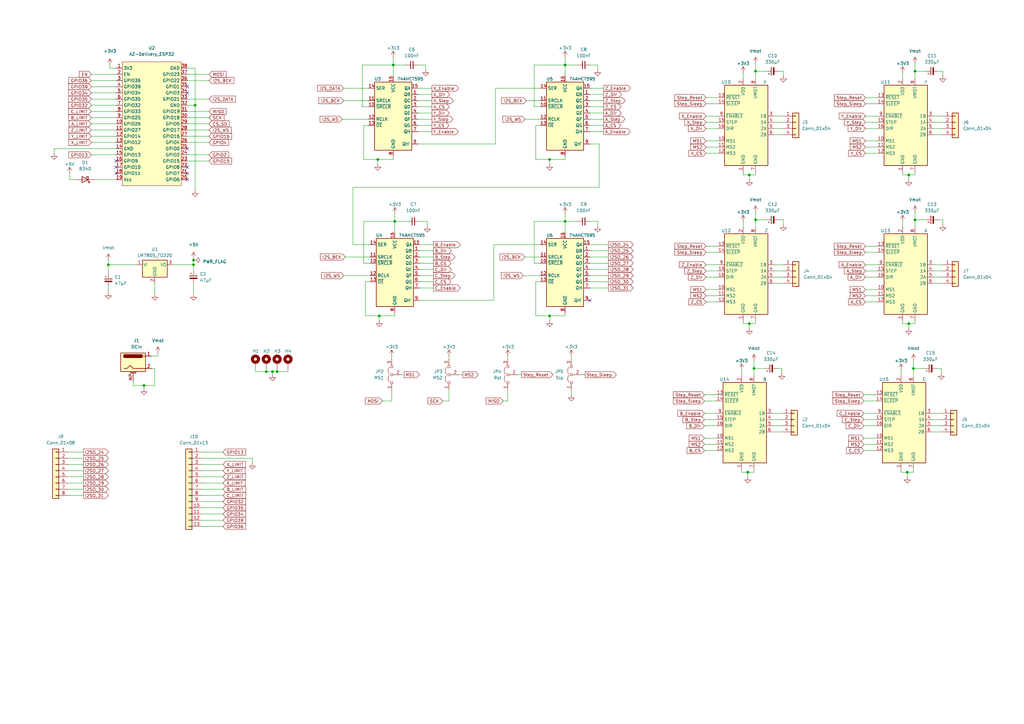
<source format=kicad_sch>
(kicad_sch (version 20230121) (generator eeschema)
  (paper "A3")
  (junction (at 154.94 65.405) (diameter 0.9144))
  (junction (at 372.11 193.675) (diameter 0.9144))
  (junction (at 372.745 132.715) (diameter 0.9144))
  (junction (at 225.425 65.405) (diameter 0.9144))
  (junction (at 375.285 29.21) (diameter 0.9144))
  (junction (at 225.425 129.54) (diameter 0.9144))
  (junction (at 307.34 71.755) (diameter 0.9144))
  (junction (at 231.775 26.67) (diameter 0.9144))
  (junction (at 375.285 90.17) (diameter 0.9144))
  (junction (at 372.745 71.755) (diameter 0.9144))
  (junction (at 161.29 26.67) (diameter 0.9144))
  (junction (at 307.34 132.715) (diameter 0.9144))
  (junction (at 79.375 108.585) (diameter 0.9144))
  (junction (at 44.45 108.585))
  (junction (at 231.775 90.805) (diameter 0.9144))
  (junction (at 309.88 90.17) (diameter 0.9144))
  (junction (at 59.055 158.115) (diameter 0.9144))
  (junction (at 113.665 152.4) (diameter 0.9144))
  (junction (at 80.01 43.18) (diameter 0.9144))
  (junction (at 374.65 151.13) (diameter 0.9144))
  (junction (at 111.76 152.4) (diameter 0.9144))
  (junction (at 161.925 90.805) (diameter 0.9144))
  (junction (at 79.375 106.68))
  (junction (at 155.575 129.54) (diameter 0.9144))
  (junction (at 109.22 152.4) (diameter 0.9144))
  (junction (at 306.705 193.675) (diameter 0.9144))
  (junction (at 309.88 29.21) (diameter 0.9144))
  (junction (at 309.245 151.13) (diameter 0.9144))
  (no_connect (at 76.835 60.96))
  (no_connect (at 241.935 123.19))
  (no_connect (at 47.625 66.04))
  (no_connect (at 47.625 68.58))
  (no_connect (at 47.625 71.12))
  (no_connect (at 76.835 68.58))
  (no_connect (at 76.835 71.12))
  (no_connect (at 76.835 73.66))
  (no_connect (at 76.835 35.56))
  (no_connect (at 76.835 38.1))
  (wire (pts (xy 354.965 100.965) (xy 360.045 100.965)))
  (wire (pts (xy 82.55 185.42) (xy 91.44 185.42)))
  (wire (pts (xy 289.56 62.865) (xy 294.64 62.865)))
  (wire (pts (xy 317.5 108.585) (xy 321.31 108.585)))
  (wire (pts (xy 241.935 115.57) (xy 249.555 115.57)))
  (wire (pts (xy 307.34 71.755) (xy 307.34 73.66)))
  (wire (pts (xy 289.56 100.965) (xy 294.64 100.965)))
  (wire (pts (xy 184.15 160.02) (xy 184.15 164.465)))
  (wire (pts (xy 37.465 63.5) (xy 47.625 63.5)))
  (wire (pts (xy 375.285 29.21) (xy 375.285 32.385)))
  (wire (pts (xy 245.11 26.67) (xy 245.11 28.575)))
  (wire (pts (xy 79.375 106.045) (xy 79.375 106.68)))
  (wire (pts (xy 140.335 48.895) (xy 151.13 48.895)))
  (wire (pts (xy 215.9 41.275) (xy 221.615 41.275)))
  (wire (pts (xy 382.27 172.085) (xy 386.08 172.085)))
  (wire (pts (xy 382.905 116.205) (xy 386.715 116.205)))
  (wire (pts (xy 382.27 174.625) (xy 386.08 174.625)))
  (wire (pts (xy 386.715 29.21) (xy 386.715 31.115)))
  (wire (pts (xy 354.965 111.125) (xy 360.045 111.125)))
  (wire (pts (xy 288.925 161.925) (xy 294.005 161.925)))
  (wire (pts (xy 288.925 182.245) (xy 294.005 182.245)))
  (wire (pts (xy 82.55 213.36) (xy 91.44 213.36)))
  (wire (pts (xy 37.465 48.26) (xy 47.625 48.26)))
  (wire (pts (xy 370.205 90.805) (xy 370.205 93.345)))
  (wire (pts (xy 219.71 51.435) (xy 219.71 65.405)))
  (wire (pts (xy 241.935 36.195) (xy 247.65 36.195)))
  (wire (pts (xy 82.55 215.9) (xy 91.44 215.9)))
  (wire (pts (xy 241.935 118.11) (xy 249.555 118.11)))
  (wire (pts (xy 82.55 193.04) (xy 91.44 193.04)))
  (wire (pts (xy 354.965 52.705) (xy 360.045 52.705)))
  (wire (pts (xy 225.425 65.405) (xy 231.775 65.405)))
  (wire (pts (xy 354.33 174.625) (xy 359.41 174.625)))
  (wire (pts (xy 82.55 208.28) (xy 91.44 208.28)))
  (wire (pts (xy 161.925 90.805) (xy 167.005 90.805)))
  (wire (pts (xy 82.55 187.96) (xy 103.505 187.96)))
  (wire (pts (xy 44.45 108.585) (xy 44.45 112.395)))
  (wire (pts (xy 316.865 172.085) (xy 320.675 172.085)))
  (wire (pts (xy 79.375 111.125) (xy 79.375 108.585)))
  (wire (pts (xy 317.5 55.245) (xy 321.31 55.245)))
  (wire (pts (xy 304.165 193.675) (xy 306.705 193.675)))
  (wire (pts (xy 309.88 132.715) (xy 309.88 131.445)))
  (wire (pts (xy 241.935 110.49) (xy 249.555 110.49)))
  (wire (pts (xy 208.28 146.05) (xy 208.28 147.32)))
  (wire (pts (xy 374.65 151.13) (xy 374.65 154.305)))
  (wire (pts (xy 161.29 23.495) (xy 161.29 26.67)))
  (wire (pts (xy 161.29 26.67) (xy 161.29 31.115)))
  (wire (pts (xy 28.575 71.12) (xy 28.575 73.66)))
  (wire (pts (xy 28.575 73.66) (xy 31.115 73.66)))
  (wire (pts (xy 161.925 90.805) (xy 161.925 95.25)))
  (wire (pts (xy 354.965 50.165) (xy 360.045 50.165)))
  (wire (pts (xy 370.205 132.715) (xy 372.745 132.715)))
  (wire (pts (xy 76.835 33.02) (xy 85.725 33.02)))
  (wire (pts (xy 148.59 26.67) (xy 161.29 26.67)))
  (wire (pts (xy 148.59 43.815) (xy 148.59 26.67)))
  (wire (pts (xy 151.13 43.815) (xy 148.59 43.815)))
  (wire (pts (xy 289.56 40.005) (xy 294.64 40.005)))
  (wire (pts (xy 76.835 55.88) (xy 85.725 55.88)))
  (wire (pts (xy 82.55 200.66) (xy 91.44 200.66)))
  (wire (pts (xy 171.45 48.895) (xy 177.165 48.895)))
  (wire (pts (xy 221.615 115.57) (xy 219.71 115.57)))
  (wire (pts (xy 27.94 195.58) (xy 34.29 195.58)))
  (wire (pts (xy 172.085 100.33) (xy 177.8 100.33)))
  (wire (pts (xy 370.205 131.445) (xy 370.205 132.715)))
  (wire (pts (xy 214.63 113.03) (xy 221.615 113.03)))
  (wire (pts (xy 62.23 146.05) (xy 64.77 146.05)))
  (wire (pts (xy 64.77 146.05) (xy 64.77 144.78)))
  (wire (pts (xy 231.775 23.495) (xy 231.775 26.67)))
  (wire (pts (xy 317.5 50.165) (xy 321.31 50.165)))
  (wire (pts (xy 172.085 115.57) (xy 177.8 115.57)))
  (wire (pts (xy 219.71 65.405) (xy 225.425 65.405)))
  (wire (pts (xy 384.81 90.17) (xy 386.715 90.17)))
  (wire (pts (xy 288.925 169.545) (xy 294.005 169.545)))
  (wire (pts (xy 304.8 132.715) (xy 307.34 132.715)))
  (wire (pts (xy 156.845 164.465) (xy 160.655 164.465)))
  (wire (pts (xy 241.935 105.41) (xy 249.555 105.41)))
  (wire (pts (xy 289.56 50.165) (xy 294.64 50.165)))
  (wire (pts (xy 171.45 53.975) (xy 177.165 53.975)))
  (wire (pts (xy 225.425 129.54) (xy 231.775 129.54)))
  (wire (pts (xy 27.94 198.12) (xy 34.29 198.12)))
  (wire (pts (xy 289.56 108.585) (xy 294.64 108.585)))
  (wire (pts (xy 219.075 26.67) (xy 231.775 26.67)))
  (wire (pts (xy 317.5 116.205) (xy 321.31 116.205)))
  (wire (pts (xy 369.57 151.765) (xy 369.57 154.305)))
  (wire (pts (xy 103.505 187.96) (xy 103.505 189.865)))
  (wire (pts (xy 307.34 132.715) (xy 307.34 134.62)))
  (wire (pts (xy 76.835 40.64) (xy 85.725 40.64)))
  (wire (pts (xy 370.205 71.755) (xy 372.745 71.755)))
  (wire (pts (xy 76.835 45.72) (xy 85.725 45.72)))
  (wire (pts (xy 319.405 90.17) (xy 321.31 90.17)))
  (wire (pts (xy 149.225 107.95) (xy 149.225 90.805)))
  (wire (pts (xy 71.12 108.585) (xy 79.375 108.585)))
  (wire (pts (xy 82.55 205.74) (xy 91.44 205.74)))
  (wire (pts (xy 382.27 177.165) (xy 386.08 177.165)))
  (wire (pts (xy 317.5 47.625) (xy 321.31 47.625)))
  (wire (pts (xy 370.205 29.845) (xy 370.205 32.385)))
  (wire (pts (xy 79.375 106.68) (xy 79.375 108.585)))
  (wire (pts (xy 318.77 151.13) (xy 320.675 151.13)))
  (wire (pts (xy 289.56 60.325) (xy 294.64 60.325)))
  (wire (pts (xy 375.285 29.21) (xy 379.73 29.21)))
  (wire (pts (xy 54.61 156.21) (xy 54.61 158.115)))
  (wire (pts (xy 54.61 158.115) (xy 59.055 158.115)))
  (wire (pts (xy 59.055 158.115) (xy 63.5 158.115)))
  (wire (pts (xy 63.5 151.13) (xy 62.23 151.13)))
  (wire (pts (xy 63.5 158.115) (xy 63.5 151.13)))
  (wire (pts (xy 241.935 102.87) (xy 249.555 102.87)))
  (wire (pts (xy 27.94 203.2) (xy 34.29 203.2)))
  (wire (pts (xy 309.245 151.13) (xy 309.245 154.305)))
  (wire (pts (xy 354.965 57.785) (xy 360.045 57.785)))
  (wire (pts (xy 76.835 43.18) (xy 80.01 43.18)))
  (wire (pts (xy 80.01 43.18) (xy 80.01 78.105)))
  (wire (pts (xy 37.465 43.18) (xy 47.625 43.18)))
  (wire (pts (xy 354.965 60.325) (xy 360.045 60.325)))
  (wire (pts (xy 289.56 42.545) (xy 294.64 42.545)))
  (wire (pts (xy 306.705 193.675) (xy 306.705 195.58)))
  (wire (pts (xy 151.765 107.95) (xy 149.225 107.95)))
  (wire (pts (xy 304.165 151.765) (xy 304.165 154.305)))
  (wire (pts (xy 164.465 153.67) (xy 165.735 153.67)))
  (wire (pts (xy 82.55 210.82) (xy 91.44 210.82)))
  (wire (pts (xy 231.775 90.805) (xy 231.775 95.25)))
  (wire (pts (xy 181.61 164.465) (xy 184.15 164.465)))
  (wire (pts (xy 231.775 65.405) (xy 231.775 64.135)))
  (wire (pts (xy 354.965 123.825) (xy 360.045 123.825)))
  (wire (pts (xy 354.965 62.865) (xy 360.045 62.865)))
  (wire (pts (xy 37.465 35.56) (xy 47.625 35.56)))
  (wire (pts (xy 354.33 182.245) (xy 359.41 182.245)))
  (wire (pts (xy 354.965 108.585) (xy 360.045 108.585)))
  (wire (pts (xy 109.22 151.13) (xy 109.22 152.4)))
  (wire (pts (xy 241.935 41.275) (xy 247.65 41.275)))
  (wire (pts (xy 203.2 36.195) (xy 221.615 36.195)))
  (wire (pts (xy 386.715 90.17) (xy 386.715 92.075)))
  (wire (pts (xy 225.425 65.405) (xy 225.425 67.31)))
  (wire (pts (xy 219.075 107.95) (xy 219.075 90.805)))
  (wire (pts (xy 288.925 184.785) (xy 294.005 184.785)))
  (wire (pts (xy 354.965 113.665) (xy 360.045 113.665)))
  (wire (pts (xy 212.09 153.67) (xy 213.995 153.67)))
  (wire (pts (xy 140.97 113.03) (xy 151.765 113.03)))
  (wire (pts (xy 304.8 90.805) (xy 304.8 93.345)))
  (wire (pts (xy 375.285 90.17) (xy 379.73 90.17)))
  (wire (pts (xy 161.925 129.54) (xy 161.925 128.27)))
  (wire (pts (xy 27.94 187.96) (xy 34.29 187.96)))
  (wire (pts (xy 175.26 90.805) (xy 175.26 92.71)))
  (wire (pts (xy 149.86 129.54) (xy 155.575 129.54)))
  (wire (pts (xy 288.925 174.625) (xy 294.005 174.625)))
  (wire (pts (xy 241.935 100.33) (xy 249.555 100.33)))
  (wire (pts (xy 155.575 129.54) (xy 155.575 131.445)))
  (wire (pts (xy 309.88 26.035) (xy 309.88 29.21)))
  (wire (pts (xy 309.88 29.21) (xy 309.88 32.385)))
  (wire (pts (xy 149.225 90.805) (xy 161.925 90.805)))
  (wire (pts (xy 215.265 105.41) (xy 221.615 105.41)))
  (wire (pts (xy 215.265 48.895) (xy 221.615 48.895)))
  (wire (pts (xy 309.88 90.17) (xy 314.325 90.17)))
  (wire (pts (xy 221.615 51.435) (xy 219.71 51.435)))
  (wire (pts (xy 44.45 108.585) (xy 55.88 108.585)))
  (wire (pts (xy 289.56 118.745) (xy 294.64 118.745)))
  (wire (pts (xy 151.765 115.57) (xy 149.86 115.57)))
  (wire (pts (xy 241.935 43.815) (xy 247.65 43.815)))
  (wire (pts (xy 354.33 161.925) (xy 359.41 161.925)))
  (wire (pts (xy 37.465 38.1) (xy 47.625 38.1)))
  (wire (pts (xy 354.33 169.545) (xy 359.41 169.545)))
  (wire (pts (xy 82.55 198.12) (xy 91.44 198.12)))
  (wire (pts (xy 76.835 63.5) (xy 85.725 63.5)))
  (wire (pts (xy 369.57 192.405) (xy 369.57 193.675)))
  (wire (pts (xy 289.56 121.285) (xy 294.64 121.285)))
  (wire (pts (xy 241.935 90.805) (xy 245.11 90.805)))
  (wire (pts (xy 171.45 36.195) (xy 177.165 36.195)))
  (wire (pts (xy 241.935 107.95) (xy 249.555 107.95)))
  (wire (pts (xy 82.55 203.2) (xy 91.44 203.2)))
  (wire (pts (xy 38.735 73.66) (xy 47.625 73.66)))
  (wire (pts (xy 37.465 33.02) (xy 47.625 33.02)))
  (wire (pts (xy 354.33 184.785) (xy 359.41 184.785)))
  (wire (pts (xy 317.5 111.125) (xy 321.31 111.125)))
  (wire (pts (xy 144.78 100.33) (xy 151.765 100.33)))
  (wire (pts (xy 354.33 179.705) (xy 359.41 179.705)))
  (wire (pts (xy 76.835 50.8) (xy 85.725 50.8)))
  (wire (pts (xy 382.905 55.245) (xy 386.715 55.245)))
  (wire (pts (xy 316.865 169.545) (xy 320.675 169.545)))
  (wire (pts (xy 372.745 71.755) (xy 372.745 73.66)))
  (wire (pts (xy 375.285 86.995) (xy 375.285 90.17)))
  (wire (pts (xy 37.465 40.64) (xy 47.625 40.64)))
  (wire (pts (xy 289.56 52.705) (xy 294.64 52.705)))
  (wire (pts (xy 231.775 129.54) (xy 231.775 128.27)))
  (wire (pts (xy 219.71 129.54) (xy 225.425 129.54)))
  (wire (pts (xy 375.285 90.17) (xy 375.285 93.345)))
  (wire (pts (xy 304.165 192.405) (xy 304.165 193.675)))
  (wire (pts (xy 82.55 190.5) (xy 91.44 190.5)))
  (wire (pts (xy 234.315 146.05) (xy 234.315 147.32)))
  (wire (pts (xy 374.65 147.955) (xy 374.65 151.13)))
  (wire (pts (xy 306.705 193.675) (xy 309.245 193.675)))
  (wire (pts (xy 288.925 172.085) (xy 294.005 172.085)))
  (wire (pts (xy 309.245 193.675) (xy 309.245 192.405)))
  (wire (pts (xy 304.8 70.485) (xy 304.8 71.755)))
  (wire (pts (xy 304.8 71.755) (xy 307.34 71.755)))
  (wire (pts (xy 307.34 71.755) (xy 309.88 71.755)))
  (wire (pts (xy 309.88 71.755) (xy 309.88 70.485)))
  (wire (pts (xy 241.935 48.895) (xy 247.65 48.895)))
  (wire (pts (xy 184.15 146.05) (xy 184.15 147.32)))
  (wire (pts (xy 206.375 164.465) (xy 208.28 164.465)))
  (wire (pts (xy 238.125 153.67) (xy 240.03 153.67)))
  (wire (pts (xy 27.94 190.5) (xy 34.29 190.5)))
  (wire (pts (xy 384.81 29.21) (xy 386.715 29.21)))
  (wire (pts (xy 219.71 115.57) (xy 219.71 129.54)))
  (wire (pts (xy 288.925 179.705) (xy 294.005 179.705)))
  (wire (pts (xy 171.45 38.735) (xy 177.165 38.735)))
  (wire (pts (xy 27.94 185.42) (xy 34.29 185.42)))
  (wire (pts (xy 149.86 115.57) (xy 149.86 129.54)))
  (wire (pts (xy 76.835 58.42) (xy 85.725 58.42)))
  (wire (pts (xy 160.655 160.02) (xy 160.655 164.465)))
  (wire (pts (xy 372.11 193.675) (xy 374.65 193.675)))
  (wire (pts (xy 309.88 90.17) (xy 309.88 93.345)))
  (wire (pts (xy 307.34 132.715) (xy 309.88 132.715)))
  (wire (pts (xy 372.11 193.675) (xy 372.11 195.58)))
  (wire (pts (xy 289.56 123.825) (xy 294.64 123.825)))
  (wire (pts (xy 289.56 57.785) (xy 294.64 57.785)))
  (wire (pts (xy 319.405 29.21) (xy 321.31 29.21)))
  (wire (pts (xy 321.31 29.21) (xy 321.31 31.115)))
  (wire (pts (xy 27.94 200.66) (xy 34.29 200.66)))
  (wire (pts (xy 234.315 160.02) (xy 234.315 161.925)))
  (wire (pts (xy 321.31 90.17) (xy 321.31 92.075)))
  (wire (pts (xy 221.615 107.95) (xy 219.075 107.95)))
  (wire (pts (xy 76.835 27.94) (xy 80.01 27.94)))
  (wire (pts (xy 80.01 27.94) (xy 80.01 43.18)))
  (wire (pts (xy 241.935 26.67) (xy 245.11 26.67)))
  (wire (pts (xy 171.45 26.67) (xy 174.625 26.67)))
  (wire (pts (xy 174.625 26.67) (xy 174.625 28.575)))
  (wire (pts (xy 219.075 43.815) (xy 219.075 26.67)))
  (wire (pts (xy 354.33 172.085) (xy 359.41 172.085)))
  (wire (pts (xy 104.775 151.13) (xy 104.775 152.4)))
  (wire (pts (xy 104.775 152.4) (xy 109.22 152.4)))
  (wire (pts (xy 109.22 152.4) (xy 111.76 152.4)))
  (wire (pts (xy 111.76 152.4) (xy 113.665 152.4)))
  (wire (pts (xy 113.665 152.4) (xy 118.11 152.4)))
  (wire (pts (xy 118.11 152.4) (xy 118.11 151.13)))
  (wire (pts (xy 354.33 164.465) (xy 359.41 164.465)))
  (wire (pts (xy 171.45 46.355) (xy 177.165 46.355)))
  (wire (pts (xy 309.245 151.13) (xy 313.69 151.13)))
  (wire (pts (xy 304.8 131.445) (xy 304.8 132.715)))
  (wire (pts (xy 354.965 103.505) (xy 360.045 103.505)))
  (wire (pts (xy 59.055 158.115) (xy 59.055 159.385)))
  (wire (pts (xy 161.29 26.67) (xy 166.37 26.67)))
  (wire (pts (xy 76.835 66.04) (xy 85.725 66.04)))
  (wire (pts (xy 37.465 30.48) (xy 47.625 30.48)))
  (wire (pts (xy 375.285 71.755) (xy 375.285 70.485)))
  (wire (pts (xy 309.245 147.955) (xy 309.245 151.13)))
  (wire (pts (xy 289.56 111.125) (xy 294.64 111.125)))
  (wire (pts (xy 231.775 87.63) (xy 231.775 90.805)))
  (wire (pts (xy 317.5 113.665) (xy 321.31 113.665)))
  (wire (pts (xy 172.085 118.11) (xy 177.8 118.11)))
  (wire (pts (xy 289.56 47.625) (xy 294.64 47.625)))
  (wire (pts (xy 172.085 105.41) (xy 177.8 105.41)))
  (wire (pts (xy 382.905 47.625) (xy 386.715 47.625)))
  (wire (pts (xy 386.08 151.13) (xy 386.08 153.035)))
  (wire (pts (xy 384.175 151.13) (xy 386.08 151.13)))
  (wire (pts (xy 172.085 113.03) (xy 177.8 113.03)))
  (wire (pts (xy 144.78 76.835) (xy 144.78 100.33)))
  (wire (pts (xy 241.935 59.055) (xy 245.745 59.055)))
  (wire (pts (xy 245.745 59.055) (xy 245.745 76.835)))
  (wire (pts (xy 245.745 76.835) (xy 144.78 76.835)))
  (wire (pts (xy 231.775 26.67) (xy 231.775 31.115)))
  (wire (pts (xy 161.925 87.63) (xy 161.925 90.805)))
  (wire (pts (xy 241.935 113.03) (xy 249.555 113.03)))
  (wire (pts (xy 309.88 29.21) (xy 314.325 29.21)))
  (wire (pts (xy 76.835 30.48) (xy 85.725 30.48)))
  (wire (pts (xy 172.085 107.95) (xy 177.8 107.95)))
  (wire (pts (xy 45.085 27.94) (xy 45.085 26.67)))
  (wire (pts (xy 47.625 27.94) (xy 45.085 27.94)))
  (wire (pts (xy 22.225 60.96) (xy 47.625 60.96)))
  (wire (pts (xy 22.225 62.865) (xy 22.225 60.96)))
  (wire (pts (xy 172.085 123.19) (xy 202.565 123.19)))
  (wire (pts (xy 202.565 123.19) (xy 202.565 100.33)))
  (wire (pts (xy 354.965 42.545) (xy 360.045 42.545)))
  (wire (pts (xy 155.575 129.54) (xy 161.925 129.54)))
  (wire (pts (xy 382.27 169.545) (xy 386.08 169.545)))
  (wire (pts (xy 37.465 50.8) (xy 47.625 50.8)))
  (wire (pts (xy 171.45 59.055) (xy 203.2 59.055)))
  (wire (pts (xy 203.2 59.055) (xy 203.2 36.195)))
  (wire (pts (xy 354.965 40.005) (xy 360.045 40.005)))
  (wire (pts (xy 317.5 52.705) (xy 321.31 52.705)))
  (wire (pts (xy 289.56 103.505) (xy 294.64 103.505)))
  (wire (pts (xy 37.465 53.34) (xy 47.625 53.34)))
  (wire (pts (xy 27.94 193.04) (xy 34.29 193.04)))
  (wire (pts (xy 289.56 113.665) (xy 294.64 113.665)))
  (wire (pts (xy 370.205 70.485) (xy 370.205 71.755)))
  (wire (pts (xy 231.775 26.67) (xy 236.855 26.67)))
  (wire (pts (xy 304.8 29.845) (xy 304.8 32.385)))
  (wire (pts (xy 375.285 26.035) (xy 375.285 29.21)))
  (wire (pts (xy 79.375 116.205) (xy 79.375 120.65)))
  (wire (pts (xy 63.5 116.205) (xy 63.5 120.65)))
  (wire (pts (xy 37.465 55.88) (xy 47.625 55.88)))
  (wire (pts (xy 288.925 164.465) (xy 294.005 164.465)))
  (wire (pts (xy 309.88 86.995) (xy 309.88 90.17)))
  (wire (pts (xy 202.565 100.33) (xy 221.615 100.33)))
  (wire (pts (xy 140.97 36.195) (xy 151.13 36.195)))
  (wire (pts (xy 241.935 51.435) (xy 247.65 51.435)))
  (wire (pts (xy 241.935 53.975) (xy 247.65 53.975)))
  (wire (pts (xy 141.605 105.41) (xy 151.765 105.41)))
  (wire (pts (xy 171.45 43.815) (xy 177.165 43.815)))
  (wire (pts (xy 369.57 193.675) (xy 372.11 193.675)))
  (wire (pts (xy 354.965 118.745) (xy 360.045 118.745)))
  (wire (pts (xy 316.865 174.625) (xy 320.675 174.625)))
  (wire (pts (xy 208.28 160.02) (xy 208.28 164.465)))
  (wire (pts (xy 172.085 90.805) (xy 175.26 90.805)))
  (wire (pts (xy 219.075 90.805) (xy 231.775 90.805)))
  (wire (pts (xy 149.225 51.435) (xy 149.225 65.405)))
  (wire (pts (xy 149.225 65.405) (xy 154.94 65.405)))
  (wire (pts (xy 151.13 51.435) (xy 149.225 51.435)))
  (wire (pts (xy 154.94 65.405) (xy 161.29 65.405)))
  (wire (pts (xy 161.29 65.405) (xy 161.29 64.135)))
  (wire (pts (xy 44.45 117.475) (xy 44.45 120.015)))
  (wire (pts (xy 375.285 132.715) (xy 375.285 131.445)))
  (wire (pts (xy 113.665 151.13) (xy 113.665 152.4)))
  (wire (pts (xy 140.97 41.275) (xy 151.13 41.275)))
  (wire (pts (xy 354.965 121.285) (xy 360.045 121.285)))
  (wire (pts (xy 241.935 38.735) (xy 247.65 38.735)))
  (wire (pts (xy 221.615 43.815) (xy 219.075 43.815)))
  (wire (pts (xy 231.775 90.805) (xy 236.855 90.805)))
  (wire (pts (xy 76.835 53.34) (xy 85.725 53.34)))
  (wire (pts (xy 171.45 41.275) (xy 177.165 41.275)))
  (wire (pts (xy 382.905 111.125) (xy 386.715 111.125)))
  (wire (pts (xy 354.965 47.625) (xy 360.045 47.625)))
  (wire (pts (xy 172.085 110.49) (xy 177.8 110.49)))
  (wire (pts (xy 382.905 113.665) (xy 386.715 113.665)))
  (wire (pts (xy 172.085 102.87) (xy 177.8 102.87)))
  (wire (pts (xy 241.935 46.355) (xy 247.65 46.355)))
  (wire (pts (xy 382.905 50.165) (xy 386.715 50.165)))
  (wire (pts (xy 225.425 129.54) (xy 225.425 131.445)))
  (wire (pts (xy 374.65 193.675) (xy 374.65 192.405)))
  (wire (pts (xy 111.76 152.4) (xy 111.76 153.67)))
  (wire (pts (xy 76.835 48.26) (xy 85.725 48.26)))
  (wire (pts (xy 372.745 132.715) (xy 372.745 134.62)))
  (wire (pts (xy 187.96 153.67) (xy 189.865 153.67)))
  (wire (pts (xy 372.745 132.715) (xy 375.285 132.715)))
  (wire (pts (xy 37.465 58.42) (xy 47.625 58.42)))
  (wire (pts (xy 37.465 45.72) (xy 47.625 45.72)))
  (wire (pts (xy 374.65 151.13) (xy 379.095 151.13)))
  (wire (pts (xy 245.11 90.805) (xy 245.11 92.71)))
  (wire (pts (xy 171.45 51.435) (xy 177.165 51.435)))
  (wire (pts (xy 382.905 108.585) (xy 386.715 108.585)))
  (wire (pts (xy 154.94 65.405) (xy 154.94 67.31)))
  (wire (pts (xy 160.655 146.05) (xy 160.655 147.32)))
  (wire (pts (xy 320.675 151.13) (xy 320.675 153.035)))
  (wire (pts (xy 44.45 106.68) (xy 44.45 108.585)))
  (wire (pts (xy 382.905 52.705) (xy 386.715 52.705)))
  (wire (pts (xy 372.745 71.755) (xy 375.285 71.755)))
  (wire (pts (xy 82.55 195.58) (xy 91.44 195.58)))
  (wire (pts (xy 316.865 177.165) (xy 320.675 177.165)))
  (global_label "A_CS" (shape input) (at 354.965 123.825 180) (property "Intersheetrefs" "${INTERSHEET_REFS}" (effects hide)))
  (global_label "I2S_DATA" (shape input) (at 85.725 40.64 0) (property "Intersheetrefs" "${INTERSHEET_REFS}" (effects hide)))
  (global_label "MS2" (shape input) (at 354.33 182.245 180) (property "Intersheetrefs" "${INTERSHEET_REFS}" (effects hide)))
  (global_label "GPIO32" (shape input) (at 37.465 43.18 180) (property "Intersheetrefs" "${INTERSHEET_REFS}" (effects hide)))
  (global_label "I2S_WS" (shape input) (at 140.335 48.895 180) (property "Intersheetrefs" "${INTERSHEET_REFS}" (effects hide)))
  (global_label "Z_Enable" (shape output) (at 247.65 36.195 0) (property "Intersheetrefs" "${INTERSHEET_REFS}" (effects hide)))
  (global_label "X_Step" (shape output) (at 177.165 41.275 0) (property "Intersheetrefs" "${INTERSHEET_REFS}" (effects hide)))
  (global_label "C_Step" (shape input) (at 354.33 172.085 180) (property "Intersheetrefs" "${INTERSHEET_REFS}" (effects hide)))
  (global_label "I2SO_29" (shape output) (at 249.555 113.03 0) (property "Intersheetrefs" "${INTERSHEET_REFS}" (effects hide)))
  (global_label "MS2" (shape output) (at 189.865 153.67 0) (property "Intersheetrefs" "${INTERSHEET_REFS}" (effects hide)))
  (global_label "I2SO_25" (shape output) (at 34.29 187.96 0) (property "Intersheetrefs" "${INTERSHEET_REFS}" (effects hide)))
  (global_label "I2S_BCK" (shape input) (at 141.605 105.41 180) (property "Intersheetrefs" "${INTERSHEET_REFS}" (effects hide)))
  (global_label "GPIO15" (shape input) (at 85.725 66.04 0) (property "Intersheetrefs" "${INTERSHEET_REFS}" (effects hide)))
  (global_label "Step_Reset" (shape input) (at 289.56 40.005 180) (property "Intersheetrefs" "${INTERSHEET_REFS}" (effects hide)))
  (global_label "X_Dir" (shape output) (at 177.165 38.735 0) (property "Intersheetrefs" "${INTERSHEET_REFS}" (effects hide)))
  (global_label "A_Dir" (shape input) (at 354.965 113.665 180) (property "Intersheetrefs" "${INTERSHEET_REFS}" (effects hide)))
  (global_label "Step_Sleep" (shape input) (at 354.965 103.505 180) (property "Intersheetrefs" "${INTERSHEET_REFS}" (effects hide)))
  (global_label "MS2" (shape input) (at 354.965 60.325 180) (property "Intersheetrefs" "${INTERSHEET_REFS}" (effects hide)))
  (global_label "GPIO2" (shape input) (at 85.725 63.5 0) (property "Intersheetrefs" "${INTERSHEET_REFS}" (effects hide)))
  (global_label "X_CS" (shape output) (at 177.165 43.815 0) (property "Intersheetrefs" "${INTERSHEET_REFS}" (effects hide)))
  (global_label "I2SO_24" (shape output) (at 34.29 185.42 0) (property "Intersheetrefs" "${INTERSHEET_REFS}" (effects hide)))
  (global_label "I2SO_26" (shape output) (at 34.29 190.5 0) (property "Intersheetrefs" "${INTERSHEET_REFS}" (effects hide)))
  (global_label "I2S_WS" (shape input) (at 214.63 113.03 180) (property "Intersheetrefs" "${INTERSHEET_REFS}" (effects hide)))
  (global_label "Z_Step" (shape input) (at 289.56 111.125 180) (property "Intersheetrefs" "${INTERSHEET_REFS}" (effects hide)))
  (global_label "I2S_WS" (shape input) (at 140.97 113.03 180) (property "Intersheetrefs" "${INTERSHEET_REFS}" (effects hide)))
  (global_label "I2S_BCK" (shape input) (at 140.97 41.275 180) (property "Intersheetrefs" "${INTERSHEET_REFS}" (effects hide)))
  (global_label "GPIO35" (shape input) (at 37.465 40.64 180) (property "Intersheetrefs" "${INTERSHEET_REFS}" (effects hide)))
  (global_label "C_LIMIT" (shape input) (at 91.44 203.2 0) (property "Intersheetrefs" "${INTERSHEET_REFS}" (effects hide)))
  (global_label "Step_Reset" (shape input) (at 288.925 161.925 180) (property "Intersheetrefs" "${INTERSHEET_REFS}" (effects hide)))
  (global_label "B_LIMIT" (shape input) (at 91.44 200.66 0) (property "Intersheetrefs" "${INTERSHEET_REFS}" (effects hide)))
  (global_label "I2S_WS" (shape input) (at 215.265 48.895 180) (property "Intersheetrefs" "${INTERSHEET_REFS}" (effects hide)))
  (global_label "GPIO39" (shape input) (at 37.465 35.56 180) (property "Intersheetrefs" "${INTERSHEET_REFS}" (effects hide)))
  (global_label "Step_Reset" (shape output) (at 213.995 153.67 0) (property "Intersheetrefs" "${INTERSHEET_REFS}" (effects hide)))
  (global_label "Step_Sleep" (shape input) (at 354.965 42.545 180) (property "Intersheetrefs" "${INTERSHEET_REFS}" (effects hide)))
  (global_label "MS1" (shape input) (at 289.56 118.745 180) (property "Intersheetrefs" "${INTERSHEET_REFS}" (effects hide)))
  (global_label "X_Enable" (shape output) (at 177.165 36.195 0) (property "Intersheetrefs" "${INTERSHEET_REFS}" (effects hide)))
  (global_label "Step_Sleep" (shape output) (at 240.03 153.67 0) (property "Intersheetrefs" "${INTERSHEET_REFS}" (effects hide)))
  (global_label "I2S_BCK" (shape input) (at 85.725 33.02 0) (property "Intersheetrefs" "${INTERSHEET_REFS}" (effects hide)))
  (global_label "GPIO36" (shape input) (at 91.44 215.9 0) (property "Intersheetrefs" "${INTERSHEET_REFS}" (effects hide)))
  (global_label "A_LIMIT" (shape input) (at 91.44 198.12 0) (property "Intersheetrefs" "${INTERSHEET_REFS}" (effects hide)))
  (global_label "I2SO_28" (shape output) (at 249.555 110.49 0) (property "Intersheetrefs" "${INTERSHEET_REFS}" (effects hide)))
  (global_label "Y_Step" (shape output) (at 177.165 48.895 0) (property "Intersheetrefs" "${INTERSHEET_REFS}" (effects hide)))
  (global_label "GPIO34" (shape input) (at 37.465 38.1 180) (property "Intersheetrefs" "${INTERSHEET_REFS}" (effects hide)))
  (global_label "EN" (shape input) (at 37.465 30.48 180) (property "Intersheetrefs" "${INTERSHEET_REFS}" (effects hide)))
  (global_label "GPIO34" (shape input) (at 91.44 210.82 0) (property "Intersheetrefs" "${INTERSHEET_REFS}" (effects hide)))
  (global_label "Y_Enable" (shape input) (at 354.965 47.625 180) (property "Intersheetrefs" "${INTERSHEET_REFS}" (effects hide)))
  (global_label "I2SO_30" (shape output) (at 249.555 115.57 0) (property "Intersheetrefs" "${INTERSHEET_REFS}" (effects hide)))
  (global_label "B_LIMIT" (shape input) (at 37.465 48.26 180) (property "Intersheetrefs" "${INTERSHEET_REFS}" (effects hide)))
  (global_label "Step_Sleep" (shape input) (at 289.56 42.545 180) (property "Intersheetrefs" "${INTERSHEET_REFS}" (effects hide)))
  (global_label "I2S_WS" (shape input) (at 85.725 53.34 0) (property "Intersheetrefs" "${INTERSHEET_REFS}" (effects hide)))
  (global_label "MOSI" (shape input) (at 156.845 164.465 180) (property "Intersheetrefs" "${INTERSHEET_REFS}" (effects hide)))
  (global_label "Step_Reset" (shape input) (at 354.33 161.925 180) (property "Intersheetrefs" "${INTERSHEET_REFS}" (effects hide)))
  (global_label "GPIO35" (shape input) (at 91.44 208.28 0) (property "Intersheetrefs" "${INTERSHEET_REFS}" (effects hide)))
  (global_label "Step_Reset" (shape input) (at 289.56 100.965 180) (property "Intersheetrefs" "${INTERSHEET_REFS}" (effects hide)))
  (global_label "C_CS" (shape input) (at 354.33 184.785 180) (property "Intersheetrefs" "${INTERSHEET_REFS}" (effects hide)))
  (global_label "MS1" (shape input) (at 288.925 179.705 180) (property "Intersheetrefs" "${INTERSHEET_REFS}" (effects hide)))
  (global_label "MS2" (shape input) (at 354.965 121.285 180) (property "Intersheetrefs" "${INTERSHEET_REFS}" (effects hide)))
  (global_label "MS1" (shape input) (at 289.56 57.785 180) (property "Intersheetrefs" "${INTERSHEET_REFS}" (effects hide)))
  (global_label "Y_LIMIT" (shape input) (at 37.465 55.88 180) (property "Intersheetrefs" "${INTERSHEET_REFS}" (effects hide)))
  (global_label "GPIO32" (shape input) (at 91.44 205.74 0) (property "Intersheetrefs" "${INTERSHEET_REFS}" (effects hide)))
  (global_label "I2SO_24" (shape output) (at 249.555 100.33 0) (property "Intersheetrefs" "${INTERSHEET_REFS}" (effects hide)))
  (global_label "Y_Step" (shape input) (at 354.965 50.165 180) (property "Intersheetrefs" "${INTERSHEET_REFS}" (effects hide)))
  (global_label "C_LIMIT" (shape input) (at 37.465 45.72 180) (property "Intersheetrefs" "${INTERSHEET_REFS}" (effects hide)))
  (global_label "X_Enable" (shape input) (at 289.56 47.625 180) (property "Intersheetrefs" "${INTERSHEET_REFS}" (effects hide)))
  (global_label "A_LIMIT" (shape input) (at 37.465 50.8 180) (property "Intersheetrefs" "${INTERSHEET_REFS}" (effects hide)))
  (global_label "GPIO13" (shape input) (at 37.465 63.5 180) (property "Intersheetrefs" "${INTERSHEET_REFS}" (effects hide)))
  (global_label "A_Step" (shape output) (at 247.65 48.895 0) (property "Intersheetrefs" "${INTERSHEET_REFS}" (effects hide)))
  (global_label "SCK" (shape input) (at 181.61 164.465 180) (property "Intersheetrefs" "${INTERSHEET_REFS}" (effects hide)))
  (global_label "X_Step" (shape input) (at 289.56 50.165 180) (property "Intersheetrefs" "${INTERSHEET_REFS}" (effects hide)))
  (global_label "C_Step" (shape output) (at 177.8 113.03 0) (property "Intersheetrefs" "${INTERSHEET_REFS}" (effects hide)))
  (global_label "GPIO13" (shape input) (at 91.44 185.42 0) (property "Intersheetrefs" "${INTERSHEET_REFS}" (effects hide)))
  (global_label "MS2" (shape input) (at 288.925 182.245 180) (property "Intersheetrefs" "${INTERSHEET_REFS}" (effects hide)))
  (global_label "MS1" (shape output) (at 165.735 153.67 0) (property "Intersheetrefs" "${INTERSHEET_REFS}" (effects hide)))
  (global_label "Y_Dir" (shape output) (at 177.165 46.355 0) (property "Intersheetrefs" "${INTERSHEET_REFS}" (effects hide)))
  (global_label "C_Dir" (shape output) (at 177.8 110.49 0) (property "Intersheetrefs" "${INTERSHEET_REFS}" (effects hide)))
  (global_label "GPIO39" (shape input) (at 91.44 213.36 0) (property "Intersheetrefs" "${INTERSHEET_REFS}" (effects hide)))
  (global_label "C_CS" (shape output) (at 177.8 115.57 0) (property "Intersheetrefs" "${INTERSHEET_REFS}" (effects hide)))
  (global_label "A_Enable" (shape output) (at 247.65 53.975 0) (property "Intersheetrefs" "${INTERSHEET_REFS}" (effects hide)))
  (global_label "MS1" (shape input) (at 354.33 179.705 180) (property "Intersheetrefs" "${INTERSHEET_REFS}" (effects hide)))
  (global_label "I2SO_27" (shape output) (at 34.29 193.04 0) (property "Intersheetrefs" "${INTERSHEET_REFS}" (effects hide)))
  (global_label "Z_Enable" (shape input) (at 289.56 108.585 180) (property "Intersheetrefs" "${INTERSHEET_REFS}" (effects hide)))
  (global_label "I2S_DATA" (shape input) (at 140.97 36.195 180) (property "Intersheetrefs" "${INTERSHEET_REFS}" (effects hide)))
  (global_label "I2SO_28" (shape output) (at 34.29 195.58 0) (property "Intersheetrefs" "${INTERSHEET_REFS}" (effects hide)))
  (global_label "C_Enable" (shape output) (at 177.8 118.11 0) (property "Intersheetrefs" "${INTERSHEET_REFS}" (effects hide)))
  (global_label "I2S_BCK" (shape input) (at 215.265 105.41 180) (property "Intersheetrefs" "${INTERSHEET_REFS}" (effects hide)))
  (global_label "B_Enable" (shape output) (at 177.8 100.33 0) (property "Intersheetrefs" "${INTERSHEET_REFS}" (effects hide)))
  (global_label "Y_CS" (shape output) (at 177.165 51.435 0) (property "Intersheetrefs" "${INTERSHEET_REFS}" (effects hide)))
  (global_label "I2SO_31" (shape output) (at 249.555 118.11 0) (property "Intersheetrefs" "${INTERSHEET_REFS}" (effects hide)))
  (global_label "B_Dir" (shape input) (at 288.925 174.625 180) (property "Intersheetrefs" "${INTERSHEET_REFS}" (effects hide)))
  (global_label "MS1" (shape input) (at 354.965 57.785 180) (property "Intersheetrefs" "${INTERSHEET_REFS}" (effects hide)))
  (global_label "C_Dir" (shape input) (at 354.33 174.625 180) (property "Intersheetrefs" "${INTERSHEET_REFS}" (effects hide)))
  (global_label "I2SO_31" (shape output) (at 34.29 203.2 0) (property "Intersheetrefs" "${INTERSHEET_REFS}" (effects hide)))
  (global_label "Step_Sleep" (shape input) (at 354.33 164.465 180) (property "Intersheetrefs" "${INTERSHEET_REFS}" (effects hide)))
  (global_label "X_Dir" (shape input) (at 289.56 52.705 180) (property "Intersheetrefs" "${INTERSHEET_REFS}" (effects hide)))
  (global_label "Step_Sleep" (shape input) (at 289.56 103.505 180) (property "Intersheetrefs" "${INTERSHEET_REFS}" (effects hide)))
  (global_label "Z_Step" (shape output) (at 247.65 41.275 0) (property "Intersheetrefs" "${INTERSHEET_REFS}" (effects hide)))
  (global_label "C_Enable" (shape input) (at 354.33 169.545 180) (property "Intersheetrefs" "${INTERSHEET_REFS}" (effects hide)))
  (global_label "A_Step" (shape input) (at 354.965 111.125 180) (property "Intersheetrefs" "${INTERSHEET_REFS}" (effects hide)))
  (global_label "GPIO36" (shape input) (at 37.465 33.02 180) (property "Intersheetrefs" "${INTERSHEET_REFS}" (effects hide)))
  (global_label "MS2" (shape input) (at 289.56 121.285 180) (property "Intersheetrefs" "${INTERSHEET_REFS}" (effects hide)))
  (global_label "B_Step" (shape output) (at 177.8 105.41 0) (property "Intersheetrefs" "${INTERSHEET_REFS}" (effects hide)))
  (global_label "Z_Dir" (shape output) (at 247.65 38.735 0) (property "Intersheetrefs" "${INTERSHEET_REFS}" (effects hide)))
  (global_label "I2SO_30" (shape output) (at 34.29 200.66 0) (property "Intersheetrefs" "${INTERSHEET_REFS}" (effects hide)))
  (global_label "Step_Reset" (shape input) (at 354.965 100.965 180) (property "Intersheetrefs" "${INTERSHEET_REFS}" (effects hide)))
  (global_label "Step_Sleep" (shape input) (at 288.925 164.465 180) (property "Intersheetrefs" "${INTERSHEET_REFS}" (effects hide)))
  (global_label "Y_Enable" (shape output) (at 177.165 53.975 0) (property "Intersheetrefs" "${INTERSHEET_REFS}" (effects hide)))
  (global_label "Z_CS" (shape input) (at 289.56 123.825 180) (property "Intersheetrefs" "${INTERSHEET_REFS}" (effects hide)))
  (global_label "MS2" (shape input) (at 289.56 60.325 180) (property "Intersheetrefs" "${INTERSHEET_REFS}" (effects hide)))
  (global_label "B_Step" (shape input) (at 288.925 172.085 180) (property "Intersheetrefs" "${INTERSHEET_REFS}" (effects hide)))
  (global_label "A_Dir" (shape output) (at 247.65 46.355 0) (property "Intersheetrefs" "${INTERSHEET_REFS}" (effects hide)))
  (global_label "B_CS" (shape output) (at 177.8 107.95 0) (property "Intersheetrefs" "${INTERSHEET_REFS}" (effects hide)))
  (global_label "GPIO4" (shape input) (at 85.725 58.42 0) (property "Intersheetrefs" "${INTERSHEET_REFS}" (effects hide)))
  (global_label "MISO" (shape input) (at 85.725 45.72 0) (property "Intersheetrefs" "${INTERSHEET_REFS}" (effects hide)))
  (global_label "Z_LIMIT" (shape input) (at 37.465 53.34 180) (property "Intersheetrefs" "${INTERSHEET_REFS}" (effects hide)))
  (global_label "MOSI" (shape input) (at 85.725 30.48 0) (property "Intersheetrefs" "${INTERSHEET_REFS}" (effects hide)))
  (global_label "MISO" (shape input) (at 206.375 164.465 180) (property "Intersheetrefs" "${INTERSHEET_REFS}" (effects hide)))
  (global_label "SCK" (shape input) (at 85.725 48.26 0) (property "Intersheetrefs" "${INTERSHEET_REFS}" (effects hide)))
  (global_label "X_LIMIT" (shape input) (at 37.465 58.42 180) (property "Intersheetrefs" "${INTERSHEET_REFS}" (effects hide)))
  (global_label "I2S_BCK" (shape input) (at 215.9 41.275 180) (property "Intersheetrefs" "${INTERSHEET_REFS}" (effects hide)))
  (global_label "Y_LIMIT" (shape input) (at 91.44 193.04 0) (property "Intersheetrefs" "${INTERSHEET_REFS}" (effects hide)))
  (global_label "I2SO_29" (shape output) (at 34.29 198.12 0) (property "Intersheetrefs" "${INTERSHEET_REFS}" (effects hide)))
  (global_label "GPIO16" (shape input) (at 85.725 55.88 0) (property "Intersheetrefs" "${INTERSHEET_REFS}" (effects hide)))
  (global_label "I2SO_25" (shape output) (at 249.555 102.87 0) (property "Intersheetrefs" "${INTERSHEET_REFS}" (effects hide)))
  (global_label "Step_Reset" (shape input) (at 354.965 40.005 180) (property "Intersheetrefs" "${INTERSHEET_REFS}" (effects hide)))
  (global_label "X_LIMIT" (shape input) (at 91.44 190.5 0) (property "Intersheetrefs" "${INTERSHEET_REFS}" (effects hide)))
  (global_label "B_Dir" (shape output) (at 177.8 102.87 0) (property "Intersheetrefs" "${INTERSHEET_REFS}" (effects hide)))
  (global_label "Z_Dir" (shape input) (at 289.56 113.665 180) (property "Intersheetrefs" "${INTERSHEET_REFS}" (effects hide)))
  (global_label "Y_CS" (shape input) (at 354.965 62.865 180) (property "Intersheetrefs" "${INTERSHEET_REFS}" (effects hide)))
  (global_label "Z_CS" (shape output) (at 247.65 43.815 0) (property "Intersheetrefs" "${INTERSHEET_REFS}" (effects hide)))
  (global_label "I2SO_27" (shape output) (at 249.555 107.95 0) (property "Intersheetrefs" "${INTERSHEET_REFS}" (effects hide)))
  (global_label "MS1" (shape input) (at 354.965 118.745 180) (property "Intersheetrefs" "${INTERSHEET_REFS}" (effects hide)))
  (global_label "A_Enable" (shape input) (at 354.965 108.585 180) (property "Intersheetrefs" "${INTERSHEET_REFS}" (effects hide)))
  (global_label "X_CS" (shape input) (at 289.56 62.865 180) (property "Intersheetrefs" "${INTERSHEET_REFS}" (effects hide)))
  (global_label "CS_SD" (shape input) (at 85.725 50.8 0) (property "Intersheetrefs" "${INTERSHEET_REFS}" (effects hide)))
  (global_label "A_CS" (shape output) (at 247.65 51.435 0) (property "Intersheetrefs" "${INTERSHEET_REFS}" (effects hide)))
  (global_label "Z_LIMIT" (shape input) (at 91.44 195.58 0) (property "Intersheetrefs" "${INTERSHEET_REFS}" (effects hide)))
  (global_label "B_CS" (shape input) (at 288.925 184.785 180) (property "Intersheetrefs" "${INTERSHEET_REFS}" (effects hide)))
  (global_label "I2SO_26" (shape output) (at 249.555 105.41 0) (property "Intersheetrefs" "${INTERSHEET_REFS}" (effects hide)))
  (global_label "B_Enable" (shape input) (at 288.925 169.545 180) (property "Intersheetrefs" "${INTERSHEET_REFS}" (effects hide)))
  (global_label "Y_Dir" (shape input) (at 354.965 52.705 180) (property "Intersheetrefs" "${INTERSHEET_REFS}" (effects hide)))
  (symbol (lib_id "power:GND") (at 174.625 28.575 0) (unit 1)
    (property "Reference" "#PWR024" (effects hide))
    (property "Value" "GND" (effects hide))
  )
  (symbol (lib_id "Connector_Generic:Conn_01x08") (at 22.86 193.04 0) (mirror y) (unit 1)
    (property "Reference" "J9" (at 24.892 179.07 0))
    (property "Value" "Conn_01x08" (at 24.892 181.61 0))
    (property "Footprint" "Connector_PinHeader_2.54mm:PinHeader_1x08_P2.54mm_Vertical" (effects hide))
  )
  (symbol (lib_id "power:GND") (at 225.425 67.31 0) (unit 1)
    (property "Reference" "#PWR030" (effects hide))
    (property "Value" "GND" (effects hide))
  )
  (symbol (lib_id "Connector_Generic:Conn_01x13") (at 77.47 200.66 0) (mirror y) (unit 1)
    (property "Reference" "J10" (at 79.502 179.07 0))
    (property "Value" "Conn_01x13" (at 79.502 181.61 0))
    (property "Footprint" "Connector_PinHeader_2.54mm:PinHeader_1x13_P2.54mm_Vertical" (effects hide))
  )
  (symbol (lib_id "power:+3V3") (at 234.315 146.05 0) (unit 1)
    (property "Reference" "#PWR020" (effects hide))
    (property "Value" "+3V3" (at 234.315 142.24 0))
  )
  (symbol (lib_id "74xx:74AHCT595") (at 231.775 110.49 0) (unit 1)
    (property "Reference" "U6" (at 225.425 96.52 0))
    (property "Value" "74AHCT595" (at 238.76 96.52 0))
    (property "Footprint" "Package_SO:SOIC-16_3.9x9.9mm_P1.27mm" (effects hide))
    (property "Datasheet" "https://assets.nexperia.com/documents/data-sheet/74AHC_AHCT595.pdf" (effects hide))
  )
  (symbol (lib_id "power:+3V3") (at 304.8 90.805 0) (unit 1)
    (property "Reference" "#PWR010" (effects hide))
    (property "Value" "+3V3" (at 304.8 86.995 0))
  )
  (symbol (lib_id "power:+3V3") (at 369.57 151.765 0) (unit 1)
    (property "Reference" "#PWR022" (effects hide))
    (property "Value" "+3V3" (at 369.57 147.955 0))
  )
  (symbol (lib_id "Jumper:Jumper_3_Open") (at 234.315 153.67 90) (unit 1)
    (property "Reference" "JP5" (at 231.14 152.3999 90) (effects (justify left)))
    (property "Value" "Slp" (at 231.14 154.9399 90) (effects (justify left)))
    (property "Footprint" "Connector_PinHeader_2.54mm:PinHeader_1x03_P2.54mm_Vertical" (effects hide))
  )
  (symbol (lib_id "power:GND") (at 245.11 28.575 0) (unit 1)
    (property "Reference" "#PWR036" (effects hide))
    (property "Value" "GND" (effects hide))
  )
  (symbol (lib_id "CNC:Stepper_stick") (at 304.8 50.165 0) (unit 1)
    (property "Reference" "U10" (at 297.815 33.655 0))
    (property "Value" "X" (at 313.69 33.655 0))
    (property "Footprint" "Module:Pololu_Breakout-16_15.2x20.3mm" (effects hide))
    (property "Datasheet" "https://www.pololu.com/product/2980/pictures" (effects hide))
  )
  (symbol (lib_id "power:GND") (at 225.425 131.445 0) (unit 1)
    (property "Reference" "#PWR031" (effects hide))
    (property "Value" "GND" (effects hide))
  )
  (symbol (lib_id "Jumper:Jumper_3_Open") (at 208.28 153.67 90) (unit 1)
    (property "Reference" "JP4" (at 205.74 152.3999 90) (effects (justify left)))
    (property "Value" "Rst" (at 205.74 154.9399 90) (effects (justify left)))
    (property "Footprint" "Connector_PinHeader_2.54mm:PinHeader_1x03_P2.54mm_Vertical" (effects hide))
  )
  (symbol (lib_id "power:+3V3") (at 231.775 23.495 0) (unit 1)
    (property "Reference" "#PWR032" (effects hide))
    (property "Value" "+3V3" (at 231.775 19.685 0))
  )
  (symbol (lib_id "power:GND") (at 59.055 159.385 0) (unit 1)
    (property "Reference" "#PWR011" (effects hide))
    (property "Value" "GND" (effects hide))
  )
  (symbol (lib_id "power:GND") (at 372.745 134.62 0) (unit 1)
    (property "Reference" "#PWR055" (effects hide))
    (property "Value" "GND" (effects hide))
  )
  (symbol (lib_id "power:PWR_FLAG") (at 79.375 106.68 270) (unit 1)
    (property "Reference" "#FLG01" (effects hide))
    (property "Value" "PWR_FLAG" (at 83.185 107.315 90) (effects (justify left)))
  )
  (symbol (lib_id "power:GND") (at 321.31 31.115 0) (unit 1)
    (property "Reference" "#PWR048" (effects hide))
    (property "Value" "GND" (effects hide))
  )
  (symbol (lib_id "Device:C_Polarized_Small") (at 381.635 151.13 90) (unit 1)
    (property "Reference" "C15" (at 381.635 144.78 90))
    (property "Value" "330µF" (at 381.635 147.32 90))
    (property "Footprint" "Capacitor_SMD:CP_Elec_10x10.5" (effects hide))
  )
  (symbol (lib_id "power:GND") (at 80.01 78.105 0) (unit 1)
    (property "Reference" "#PWR013" (effects hide))
    (property "Value" "GND" (effects hide))
  )
  (symbol (lib_id "CNC:Stepper_stick") (at 370.205 111.125 0) (unit 1)
    (property "Reference" "U13" (at 363.22 94.615 0))
    (property "Value" "A" (at 379.73 94.615 0))
    (property "Footprint" "Module:Pololu_Breakout-16_15.2x20.3mm" (effects hide))
    (property "Datasheet" "https://www.pololu.com/product/2980/pictures" (effects hide))
  )
  (symbol (lib_id "power:GND") (at 155.575 131.445 0) (unit 1)
    (property "Reference" "#PWR019" (effects hide))
    (property "Value" "GND" (effects hide))
  )
  (symbol (lib_id "power:GND") (at 307.34 134.62 0) (unit 1)
    (property "Reference" "#PWR043" (effects hide))
    (property "Value" "GND" (effects hide))
  )
  (symbol (lib_id "power:GND") (at 306.705 195.58 0) (unit 1)
    (property "Reference" "#PWR041" (effects hide))
    (property "Value" "GND" (effects hide))
  )
  (symbol (lib_id "74xx:74AHCT595") (at 161.29 46.355 0) (unit 1)
    (property "Reference" "U3" (at 154.94 32.385 0))
    (property "Value" "74AHCT595" (at 168.275 32.385 0))
    (property "Footprint" "Package_SO:SOIC-16_3.9x9.9mm_P1.27mm" (effects hide))
    (property "Datasheet" "https://assets.nexperia.com/documents/data-sheet/74AHC_AHCT595.pdf" (effects hide))
  )
  (symbol (lib_id "power:+3V3") (at 45.085 26.67 0) (unit 1)
    (property "Reference" "#PWR09" (effects hide))
    (property "Value" "+3V3" (at 45.085 20.955 0))
  )
  (symbol (lib_id "CNC:AZ-Delivery_ESP32") (at 62.865 49.53 0) (unit 1)
    (property "Reference" "U2" (at 62.23 19.685 0))
    (property "Value" "AZ-Delivery_ESP32" (at 62.23 22.225 0))
    (property "Footprint" "CNC:ESP32-module" (effects hide))
  )
  (symbol (lib_id "Device:C_Small") (at 169.545 90.805 90) (unit 1)
    (property "Reference" "C7" (at 169.545 83.82 90))
    (property "Value" "100nF" (at 169.545 86.36 90))
    (property "Footprint" "Capacitor_SMD:C_0805_2012Metric" (effects hide))
  )
  (symbol (lib_id "power:GND") (at 79.375 120.65 0) (unit 1)
    (property "Reference" "#PWR017" (effects hide))
    (property "Value" "GND" (effects hide))
  )
  (symbol (lib_id "power:GND") (at 63.5 120.65 0) (unit 1)
    (property "Reference" "#PWR05" (effects hide))
    (property "Value" "GND" (effects hide))
  )
  (symbol (lib_id "CNC:Vmot") (at 44.45 106.68 0) (unit 1)
    (property "Reference" "#PWR01" (effects hide))
    (property "Value" "Vmot" (at 44.45 101.6 0))
  )
  (symbol (lib_id "power:+5V") (at 28.575 71.12 0) (unit 1)
    (property "Reference" "#PWR04" (effects hide))
    (property "Value" "+5V" (at 28.575 67.31 0))
  )
  (symbol (lib_id "74xx:74AHCT595") (at 161.925 110.49 0) (unit 1)
    (property "Reference" "U4" (at 155.575 96.52 0))
    (property "Value" "74AHCT595" (at 168.91 96.52 0))
    (property "Footprint" "Package_SO:SOIC-16_3.9x9.9mm_P1.27mm" (effects hide))
    (property "Datasheet" "https://assets.nexperia.com/documents/data-sheet/74AHC_AHCT595.pdf" (effects hide))
  )
  (symbol (lib_id "CNC:Vmot") (at 375.285 86.995 0) (unit 1)
    (property "Reference" "#PWR058" (effects hide))
    (property "Value" "Vmot" (at 375.285 81.915 0))
  )
  (symbol (lib_id "Device:C_Polarized_Small") (at 316.865 29.21 90) (unit 1)
    (property "Reference" "C10" (at 316.865 22.86 90))
    (property "Value" "330µF" (at 316.865 25.4 90))
    (property "Footprint" "Capacitor_SMD:CP_Elec_10x10.5" (effects hide))
  )
  (symbol (lib_id "Device:C_Small") (at 239.395 26.67 90) (unit 1)
    (property "Reference" "C8" (at 239.395 20.32 90))
    (property "Value" "100nF" (at 239.395 22.86 90))
    (property "Footprint" "Capacitor_SMD:C_0805_2012Metric" (effects hide))
  )
  (symbol (lib_id "Jumper:Jumper_3_Open") (at 160.655 153.67 90) (unit 1)
    (property "Reference" "JP2" (at 157.48 152.3999 90) (effects (justify left)))
    (property "Value" "MS1" (at 157.48 154.9399 90) (effects (justify left)))
    (property "Footprint" "Connector_PinHeader_2.54mm:PinHeader_1x03_P2.54mm_Vertical" (effects hide))
  )
  (symbol (lib_id "Mechanical:MountingHole_Pad") (at 104.775 148.59 0) (unit 1)
    (property "Reference" "H1" (at 103.505 144.0179 0) (effects (justify left)))
    (property "Value" "MountingHole_Pad" (effects hide))
    (property "Footprint" "MountingHole:MountingHole_3.2mm_M3_DIN965_Pad" (effects hide))
  )
  (symbol (lib_id "power:GND") (at 372.745 73.66 0) (unit 1)
    (property "Reference" "#PWR054" (effects hide))
    (property "Value" "GND" (effects hide))
  )
  (symbol (lib_id "power:+3V3") (at 304.8 29.845 0) (unit 1)
    (property "Reference" "#PWR07" (effects hide))
    (property "Value" "+3V3" (at 304.8 26.035 0))
  )
  (symbol (lib_id "power:GND") (at 386.715 92.075 0) (unit 1)
    (property "Reference" "#PWR061" (effects hide))
    (property "Value" "GND" (effects hide))
  )
  (symbol (lib_id "Device:C_Polarized_Small") (at 382.27 90.17 90) (unit 1)
    (property "Reference" "C13" (at 382.27 83.82 90))
    (property "Value" "330µF" (at 382.27 86.36 90))
    (property "Footprint" "Capacitor_SMD:CP_Elec_10x10.5" (effects hide))
  )
  (symbol (lib_id "power:+3V3") (at 161.29 23.495 0) (unit 1)
    (property "Reference" "#PWR033" (effects hide))
    (property "Value" "+3V3" (at 161.29 19.685 0))
  )
  (symbol (lib_id "CNC:Vmot") (at 309.88 26.035 0) (unit 1)
    (property "Reference" "#PWR045" (effects hide))
    (property "Value" "Vmot" (at 309.88 20.955 0))
  )
  (symbol (lib_id "power:+3V3") (at 208.28 146.05 0) (unit 1)
    (property "Reference" "#PWR023" (effects hide))
    (property "Value" "+3V3" (at 208.28 142.24 0))
  )
  (symbol (lib_id "Mechanical:MountingHole_Pad") (at 113.665 148.59 0) (unit 1)
    (property "Reference" "H3" (at 112.395 144.0179 0) (effects (justify left)))
    (property "Value" "MountingHole_Pad" (effects hide))
    (property "Footprint" "MountingHole:MountingHole_3.2mm_M3_DIN965_Pad" (effects hide))
  )
  (symbol (lib_id "Device:C_Polarized_Small") (at 79.375 113.665 0) (unit 1)
    (property "Reference" "C2" (at 81.915 112.3949 0) (effects (justify left)))
    (property "Value" "47µF" (at 81.915 114.9349 0) (effects (justify left)))
    (property "Footprint" "Capacitor_SMD:CP_Elec_6.3x5.4_Nichicon" (effects hide))
  )
  (symbol (lib_id "power:+3V3") (at 160.655 146.05 0) (unit 1)
    (property "Reference" "#PWR027" (effects hide))
    (property "Value" "+3V3" (at 160.655 142.24 0))
  )
  (symbol (lib_id "CNC:Vmot") (at 64.77 144.78 0) (unit 1)
    (property "Reference" "#PWR012" (effects hide))
    (property "Value" "Vmot" (at 64.77 139.7 0))
  )
  (symbol (lib_id "CNC:Vmot") (at 375.285 26.035 0) (unit 1)
    (property "Reference" "#PWR057" (effects hide))
    (property "Value" "Vmot" (at 375.285 20.955 0))
  )
  (symbol (lib_id "Device:C_Polarized_Small") (at 316.865 90.17 90) (unit 1)
    (property "Reference" "C12" (at 316.865 83.82 90))
    (property "Value" "330µF" (at 316.865 86.36 90))
    (property "Footprint" "Capacitor_SMD:CP_Elec_10x10.5" (effects hide))
  )
  (symbol (lib_id "power:GND") (at 154.94 67.31 0) (unit 1)
    (property "Reference" "#PWR018" (effects hide))
    (property "Value" "GND" (effects hide))
  )
  (symbol (lib_id "power:GND") (at 245.11 92.71 0) (unit 1)
    (property "Reference" "#PWR037" (effects hide))
    (property "Value" "GND" (effects hide))
  )
  (symbol (lib_id "power:GND") (at 234.315 161.925 0) (unit 1)
    (property "Reference" "#PWR035" (effects hide))
    (property "Value" "GND" (effects hide))
  )
  (symbol (lib_id "Connector_Generic:Conn_01x04") (at 326.39 50.165 0) (unit 1)
    (property "Reference" "J3" (at 328.93 50.1649 0) (effects (justify left)))
    (property "Value" "Conn_01x04" (at 328.93 52.7049 0) (effects (justify left)))
    (property "Footprint" "Connector_JST:JST_XH_B4B-XH-A_1x04_P2.50mm_Vertical" (effects hide))
  )
  (symbol (lib_id "power:GND") (at 175.26 92.71 0) (unit 1)
    (property "Reference" "#PWR025" (effects hide))
    (property "Value" "GND" (effects hide))
  )
  (symbol (lib_id "CNC:Vmot") (at 309.245 147.955 0) (unit 1)
    (property "Reference" "#PWR044" (effects hide))
    (property "Value" "Vmot" (at 309.245 142.875 0))
  )
  (symbol (lib_id "Connector:Barrel_Jack_MountingPin") (at 54.61 148.59 0) (unit 1)
    (property "Reference" "J1" (at 56.007 139.7 0))
    (property "Value" "DCin" (at 56.007 142.24 0))
    (property "Footprint" "Connector_BarrelJack:BarrelJack_Wuerth_6941xx301002" (effects hide))
  )
  (symbol (lib_id "Connector_Generic:Conn_01x04") (at 391.795 50.165 0) (unit 1)
    (property "Reference" "J6" (at 394.97 50.1649 0) (effects (justify left)))
    (property "Value" "Conn_01x04" (at 394.97 52.7049 0) (effects (justify left)))
    (property "Footprint" "Connector_JST:JST_XH_B4B-XH-A_1x04_P2.50mm_Vertical" (effects hide))
  )
  (symbol (lib_id "power:+3V3") (at 161.925 87.63 0) (unit 1)
    (property "Reference" "#PWR028" (effects hide))
    (property "Value" "+3V3" (at 161.925 83.82 0))
  )
  (symbol (lib_id "power:GND") (at 44.45 120.015 0) (unit 1)
    (property "Reference" "#PWR02" (effects hide))
    (property "Value" "GND" (effects hide))
  )
  (symbol (lib_id "power:GND") (at 111.76 153.67 0) (unit 1)
    (property "Reference" "#PWR0101" (effects hide))
    (property "Value" "GND" (effects hide))
  )
  (symbol (lib_id "power:+3V3") (at 370.205 29.845 0) (unit 1)
    (property "Reference" "#PWR08" (effects hide))
    (property "Value" "+3V3" (at 370.205 26.035 0))
  )
  (symbol (lib_id "power:GND") (at 320.675 153.035 0) (unit 1)
    (property "Reference" "#PWR047" (effects hide))
    (property "Value" "GND" (effects hide))
  )
  (symbol (lib_id "Mechanical:MountingHole_Pad") (at 118.11 148.59 0) (unit 1)
    (property "Reference" "H4" (at 116.84 144.0179 0) (effects (justify left)))
    (property "Value" "MountingHole_Pad" (effects hide))
    (property "Footprint" "MountingHole:MountingHole_3.2mm_M3_DIN965_Pad" (effects hide))
  )
  (symbol (lib_id "Connector_Generic:Conn_01x04") (at 326.39 111.125 0) (unit 1)
    (property "Reference" "J4" (at 329.565 111.1249 0) (effects (justify left)))
    (property "Value" "Conn_01x04" (at 329.565 113.6649 0) (effects (justify left)))
    (property "Footprint" "Connector_JST:JST_XH_B4B-XH-A_1x04_P2.50mm_Vertical" (effects hide))
  )
  (symbol (lib_id "74xx:74AHCT595") (at 231.775 46.355 0) (unit 1)
    (property "Reference" "U5" (at 225.425 32.385 0))
    (property "Value" "74AHCT595" (at 238.76 32.385 0))
    (property "Footprint" "Package_SO:SOIC-16_3.9x9.9mm_P1.27mm" (effects hide))
    (property "Datasheet" "https://assets.nexperia.com/documents/data-sheet/74AHC_AHCT595.pdf" (effects hide))
  )
  (symbol (lib_id "CNC:Stepper_stick") (at 304.8 111.125 0) (unit 1)
    (property "Reference" "U12" (at 297.815 94.615 0))
    (property "Value" "Z" (at 314.325 94.615 0))
    (property "Footprint" "Module:Pololu_Breakout-16_15.2x20.3mm" (effects hide))
    (property "Datasheet" "https://www.pololu.com/product/2980/pictures" (effects hide))
  )
  (symbol (lib_id "power:+5V") (at 79.375 106.045 0) (unit 1)
    (property "Reference" "#PWR016" (effects hide))
    (property "Value" "+5V" (at 79.375 100.33 0))
  )
  (symbol (lib_id "power:GND") (at 307.34 73.66 0) (unit 1)
    (property "Reference" "#PWR042" (effects hide))
    (property "Value" "GND" (effects hide))
  )
  (symbol (lib_id "CNC:Vmot") (at 374.65 147.955 0) (unit 1)
    (property "Reference" "#PWR056" (effects hide))
    (property "Value" "Vmot" (at 374.65 142.875 0))
  )
  (symbol (lib_id "Mechanical:MountingHole_Pad") (at 109.22 148.59 0) (unit 1)
    (property "Reference" "H2" (at 107.95 144.0179 0) (effects (justify left)))
    (property "Value" "MountingHole_Pad" (effects hide))
    (property "Footprint" "MountingHole:MountingHole_3.2mm_M3_DIN965_Pad" (effects hide))
  )
  (symbol (lib_id "power:GND") (at 22.225 62.865 0) (unit 1)
    (property "Reference" "#PWR03" (effects hide))
    (property "Value" "GND" (effects hide))
  )
  (symbol (lib_id "Device:C_Polarized_Small") (at 44.45 114.935 0) (unit 1)
    (property "Reference" "C1" (at 46.99 113.6649 0) (effects (justify left)))
    (property "Value" "47µF" (at 46.99 116.2049 0) (effects (justify left)))
    (property "Footprint" "Capacitor_SMD:CP_Elec_6.3x5.4_Nichicon" (effects hide))
  )
  (symbol (lib_id "Device:C_Polarized_Small") (at 316.23 151.13 90) (unit 1)
    (property "Reference" "C14" (at 316.23 144.78 90))
    (property "Value" "330µF" (at 316.23 147.32 90))
    (property "Footprint" "Capacitor_SMD:CP_Elec_10x10.5" (effects hide))
  )
  (symbol (lib_id "power:+3V3") (at 231.775 87.63 0) (unit 1)
    (property "Reference" "#PWR029" (effects hide))
    (property "Value" "+3V3" (at 231.775 83.82 0))
  )
  (symbol (lib_id "CNC:Vmot") (at 309.88 86.995 0) (unit 1)
    (property "Reference" "#PWR046" (effects hide))
    (property "Value" "Vmot" (at 309.88 81.915 0))
  )
  (symbol (lib_id "Device:C_Polarized_Small") (at 382.27 29.21 90) (unit 1)
    (property "Reference" "C11" (at 382.27 22.86 90))
    (property "Value" "330µF" (at 382.27 25.4 90))
    (property "Footprint" "Capacitor_SMD:CP_Elec_10x10.5" (effects hide))
  )
  (symbol (lib_id "power:GND") (at 103.505 189.865 0) (unit 1)
    (property "Reference" "#PWR021" (effects hide))
    (property "Value" "GND" (effects hide))
  )
  (symbol (lib_id "CNC:Stepper_stick") (at 304.165 172.085 0) (unit 1)
    (property "Reference" "U14" (at 297.18 155.575 0))
    (property "Value" "B" (at 313.69 155.575 0))
    (property "Footprint" "Module:Pololu_Breakout-16_15.2x20.3mm" (effects hide))
    (property "Datasheet" "https://www.pololu.com/product/2980/pictures" (effects hide))
  )
  (symbol (lib_id "CNC:Stepper_stick") (at 369.57 172.085 0) (unit 1)
    (property "Reference" "U15" (at 362.585 155.575 0))
    (property "Value" "C" (at 379.095 155.575 0))
    (property "Footprint" "Module:Pololu_Breakout-16_15.2x20.3mm" (effects hide))
    (property "Datasheet" "https://www.pololu.com/product/2980/pictures" (effects hide))
  )
  (symbol (lib_id "power:GND") (at 321.31 92.075 0) (unit 1)
    (property "Reference" "#PWR049" (effects hide))
    (property "Value" "GND" (effects hide))
  )
  (symbol (lib_id "power:+3V3") (at 184.15 146.05 0) (unit 1)
    (property "Reference" "#PWR026" (effects hide))
    (property "Value" "+3V3" (at 184.15 142.24 0))
  )
  (symbol (lib_id "power:GND") (at 386.715 31.115 0) (unit 1)
    (property "Reference" "#PWR060" (effects hide))
    (property "Value" "GND" (effects hide))
  )
  (symbol (lib_id "power:+3V3") (at 304.165 151.765 0) (unit 1)
    (property "Reference" "#PWR015" (effects hide))
    (property "Value" "+3V3" (at 304.165 147.955 0))
  )
  (symbol (lib_id "power:GND") (at 386.08 153.035 0) (unit 1)
    (property "Reference" "#PWR059" (effects hide))
    (property "Value" "GND" (effects hide))
  )
  (symbol (lib_id "Connector_Generic:Conn_01x04") (at 391.795 111.125 0) (unit 1)
    (property "Reference" "J7" (at 394.97 111.1249 0) (effects (justify left)))
    (property "Value" "Conn_01x04" (at 394.97 113.6649 0) (effects (justify left)))
    (property "Footprint" "Connector_JST:JST_XH_B4B-XH-A_1x04_P2.50mm_Vertical" (effects hide))
  )
  (symbol (lib_id "Jumper:Jumper_3_Open") (at 184.15 153.67 90) (unit 1)
    (property "Reference" "JP3" (at 181.61 152.3999 90) (effects (justify left)))
    (property "Value" "MS2" (at 181.61 154.9399 90) (effects (justify left)))
    (property "Footprint" "Connector_PinHeader_2.54mm:PinHeader_1x03_P2.54mm_Vertical" (effects hide))
  )
  (symbol (lib_id "power:+3V3") (at 370.205 90.805 0) (unit 1)
    (property "Reference" "#PWR014" (effects hide))
    (property "Value" "+3V3" (at 370.205 86.995 0))
  )
  (symbol (lib_id "Diode:B340") (at 34.925 73.66 180) (unit 1)
    (property "Reference" "D1" (at 34.925 66.675 0))
    (property "Value" "B340" (at 34.925 69.215 0))
    (property "Footprint" "Diode_SMD:D_SMC" (effects hide))
    (property "Datasheet" "http://www.jameco.com/Jameco/Products/ProdDS/1538777.pdf" (effects hide))
  )
  (symbol (lib_id "Regulator_Linear:LM7805_TO220") (at 63.5 108.585 0) (unit 1)
    (property "Reference" "U1" (at 63.5 102.235 0))
    (property "Value" "LM7805_TO220" (at 63.5 104.775 0))
    (property "Footprint" "Package_TO_SOT_THT:TO-220-3_Vertical" (effects hide))
    (property "Datasheet" "https://www.onsemi.cn/PowerSolutions/document/MC7800-D.PDF" (effects hide))
  )
  (symbol (lib_id "CNC:Stepper_stick") (at 370.205 50.165 0) (unit 1)
    (property "Reference" "U11" (at 363.22 33.655 0))
    (property "Value" "Y" (at 379.73 33.655 0))
    (property "Footprint" "Module:Pololu_Breakout-16_15.2x20.3mm" (effects hide))
    (property "Datasheet" "https://www.pololu.com/product/2980/pictures" (effects hide))
  )
  (symbol (lib_id "Device:C_Small") (at 239.395 90.805 90) (unit 1)
    (property "Reference" "C9" (at 239.395 83.82 90))
    (property "Value" "100nF" (at 239.395 86.36 90))
    (property "Footprint" "Capacitor_SMD:C_0805_2012Metric" (effects hide))
  )
  (symbol (lib_id "Connector_Generic:Conn_01x04") (at 391.16 172.085 0) (unit 1)
    (property "Reference" "J5" (at 394.335 172.0849 0) (effects (justify left)))
    (property "Value" "Conn_01x04" (at 394.335 174.6249 0) (effects (justify left)))
    (property "Footprint" "Connector_JST:JST_XH_B4B-XH-A_1x04_P2.50mm_Vertical" (effects hide))
  )
  (symbol (lib_id "power:GND") (at 372.11 195.58 0) (unit 1)
    (property "Reference" "#PWR053" (effects hide))
    (property "Value" "GND" (effects hide))
  )
  (symbol (lib_id "Device:C_Small") (at 168.91 26.67 90) (unit 1)
    (property "Reference" "C6" (at 168.91 20.32 90))
    (property "Value" "100nF" (at 168.91 22.86 90))
    (property "Footprint" "Capacitor_SMD:C_0805_2012Metric" (effects hide))
  )
  (symbol (lib_id "Connector_Generic:Conn_01x04") (at 325.755 172.085 0) (unit 1)
    (property "Reference" "J2" (at 328.93 172.0849 0) (effects (justify left)))
    (property "Value" "Conn_01x04" (at 328.93 174.6249 0) (effects (justify left)))
    (property "Footprint" "Connector_JST:JST_XH_B4B-XH-A_1x04_P2.50mm_Vertical" (effects hide))
  )
)
</source>
